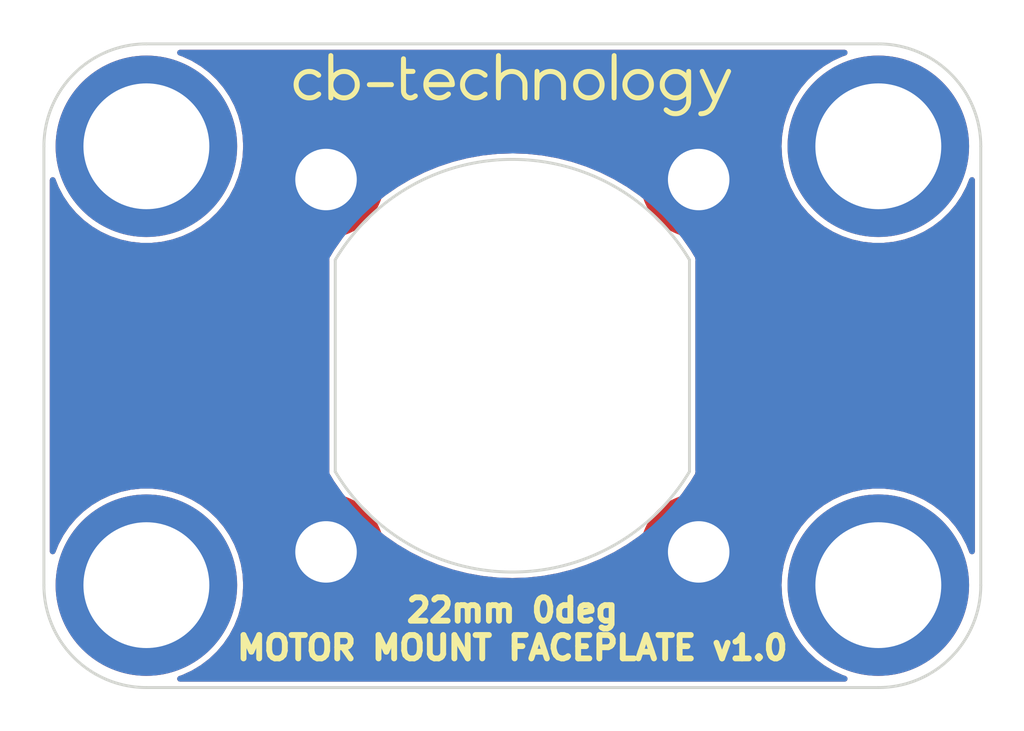
<source format=kicad_pcb>
(kicad_pcb (version 20221018) (generator pcbnew)
  (title_block (title "MOTOR MOUNT FACEPLATE 22mm 0deg") (date "2024-04-17") (rev "v1.0") (company "CB-TECHNOLOGY"))
  (layers (0 "F.Cu" signal) (31 "B.Cu" signal) (34 "B.Paste" user) (35 "F.Paste" user) (36 "B.SilkS" user "B.Silkscreen") (37 "F.SilkS" user "F.Silkscreen") (38 "B.Mask" user) (39 "F.Mask" user) (44 "Edge.Cuts" user))
  (net 0 "")
  (net 1 "GND")
  (footprint "MountingHole:MountingHole_2.2mm_M2_Pad_TopOnly" (layer "F.Cu") (at 206.364 156.364)
    (fp_text reference "H10" hide)
    (fp_text value "MountingHole_Pad" hide)
    (pad "1" thru_hole circle (at 0 0) (size 2.6 2.6) (drill 2.1) (layers "*.Cu" "*.Mask") (net 1 "GND"))
    (pad "1" connect circle (at 0 0) (size 4 4) (layers "F.Cu" "F.Mask") (net 1 "GND"))
  )
  (footprint "MountingHole:MountingHole_2.2mm_M2_Pad_TopOnly" (layer "F.Cu") (at 193.636 143.636)
    (fp_text reference "H6" hide)
    (fp_text value "MountingHole_Pad" hide)
    (pad "1" thru_hole circle (at 0 0) (size 2.6 2.6) (drill 2.1) (layers "*.Cu" "*.Mask") (net 1 "GND"))
    (pad "1" connect circle (at 0 0) (size 4 4) (layers "F.Cu" "F.Mask") (net 1 "GND"))
  )
  (footprint "M_Mechanical:PEM_M3" (layer "F.Cu") (at 187.5 142.5)
    (fp_text reference "M1" hide)
    (fp_text value "PEM_M3" hide)
    (pad "" np_thru_hole circle (at 0 0) (size 6.2 6.2) (drill 4.3) (layers "F&B.Cu" "*.Mask") (clearance 0.2))
  )
  (footprint "MountingHole:MountingHole_2.2mm_M2_Pad_TopOnly" (layer "F.Cu") (at 193.636 156.364)
    (fp_text reference "H8" hide)
    (fp_text value "MountingHole_Pad" hide)
    (pad "1" thru_hole circle (at 0 0) (size 2.6 2.6) (drill 2.1) (layers "*.Cu" "*.Mask") (net 1 "GND"))
    (pad "1" connect circle (at 0 0) (size 4 4) (layers "F.Cu" "F.Mask") (net 1 "GND"))
  )
  (footprint "M_Mechanical:PEM_M3" (layer "F.Cu") (at 187.5 157.5)
    (fp_text reference "M3" hide)
    (fp_text value "PEM_M3" hide)
    (pad "" np_thru_hole circle (at 0 0) (size 6.2 6.2) (drill 4.3) (layers "F&B.Cu" "*.Mask") (clearance 0.2))
  )
  (footprint "LOGO" (layer "F.Cu") (at 200 140.4)
    (fp_text reference "G***" hide)
    (fp_text value "LOGO" hide)
    (fp_poly (pts (xy -4.082202 -0.078916) (xy -4.061472 -0.05949) (xy -4.04828 -0.034516) (xy -4.043677 -0.00601) (xy -4.043684 -0.004982) (xy -4.048443 0.023298) (xy -4.062121 0.047332) (xy -4.0789 0.063268) (xy -4.097199 0.077227) (xy -4.501159 0.078315) (xy -4.574087 0.078505) (xy -4.637718 0.078647) (xy -4.69272 0.078727) (xy -4.739763 0.078731) (xy -4.779514 0.078647) (xy -4.812642 0.078459) (xy -4.839813 0.078156) (xy -4.861698 0.077723) (xy -4.878964 0.077146) (xy -4.892279 0.076411) (xy -4.902311 0.075506) (xy -4.909729 0.074417) (xy -4.9152 0.07313) (xy -4.919394 0.07163) (xy -4.922978 0.069906) (xy -4.923354 0.069707) (xy -4.946043 0.052672) (xy -4.961201 0.030913) (xy -4.968795 0.00627) (xy -4.968793 -0.019418) (xy -4.961162 -0.044312) (xy -4.94587 -0.066573) (xy -4.926041 -0.082529) (xy -4.922881 -0.08427) (xy -4.919099 -0.085788) (xy -4.914031 -0.087098) (xy -4.907012 -0.088216) (xy -4.897378 -0.089157) (xy -4.884464 -0.089935) (xy -4.867607 -0.090567) (xy -4.846141 -0.091068) (xy -4.819403 -0.091452) (xy -4.786728 -0.091735) (xy -4.747452 -0.091933) (xy -4.70091 -0.092061) (xy -4.646438 -0.092133) (xy -4.583373 -0.092165) (xy -4.511049 -0.092173) (xy -4.506168 -0.092173) (xy -4.102234 -0.092173)) (fill solid) (layer "F.SilkS"))
    (fp_poly (pts (xy 3.495223 -1.083969) (xy 3.513783 -1.076582) (xy 3.532611 -1.062839) (xy 3.548279 -1.045641) (xy 3.555646 -1.032829) (xy 3.556641 -1.025496) (xy 3.557565 -1.008879) (xy 3.558418 -0.983654) (xy 3.559201 -0.950498) (xy 3.559913 -0.910087) (xy 3.560554 -0.863098) (xy 3.561125 -0.810206) (xy 3.561626 -0.752089) (xy 3.562056 -0.689422) (xy 3.562416 -0.622883) (xy 3.562706 -0.553147) (xy 3.562926 -0.480891) (xy 3.563076 -0.406791) (xy 3.563155 -0.331525) (xy 3.563165 -0.255767) (xy 3.563104 -0.180195) (xy 3.562974 -0.105485) (xy 3.562774 -0.032314) (xy 3.562504 0.038643) (xy 3.562164 0.106708) (xy 3.561755 0.171206) (xy 3.561276 0.23146) (xy 3.560728 0.286793) (xy 3.56011 0.336529) (xy 3.559423 0.379992) (xy 3.558667 0.416505) (xy 3.557841 0.445392) (xy 3.556946 0.465976) (xy 3.555981 0.477582) (xy 3.555518 0.479711) (xy 3.540169 0.504109) (xy 3.519051 0.521276) (xy 3.493881 0.530562) (xy 3.466373 0.531316) (xy 3.439817 0.523618) (xy 3.417081 0.508269) (xy 3.401155 0.485827) (xy 3.393226 0.462861) (xy 3.392412 0.454204) (xy 3.391686 0.435586) (xy 3.39105 0.407009) (xy 3.390502 0.368475) (xy 3.390042 0.319986) (xy 3.389672 0.261546) (xy 3.38939 0.193156) (xy 3.389196 0.114819) (xy 3.389092 0.026538) (xy 3.389076 -0.071685) (xy 3.389149 -0.179848) (xy 3.389296 -0.288976) (xy 3.38946 -0.388527) (xy 3.389615 -0.478602) (xy 3.389769 -0.55969) (xy 3.389929 -0.632277) (xy 3.390104 -0.696853) (xy 3.3903 -0.753906) (xy 3.390525 -0.803924) (xy 3.390787 -0.847395) (xy 3.391094 -0.884809) (xy 3.391452 -0.916652) (xy 3.391869 -0.943414) (xy 3.392353 -0.965583) (xy 3.392912 -0.983647) (xy 3.393553 -0.998094) (xy 3.394283 -1.009413) (xy 3.395111 -1.018092) (xy 3.396043 -1.02462) (xy 3.397087 -1.029483) (xy 3.398251 -1.033172) (xy 3.399542 -1.036175) (xy 3.400885 -1.038819) (xy 3.41808 -1.061671) (xy 3.441129 -1.077355) (xy 3.46813 -1.084961)) (fill solid) (layer "F.SilkS"))
    (fp_poly (pts (xy 2.709459 -0.537545) (xy 2.778304 -0.52074) (xy 2.843724 -0.494597) (xy 2.905585 -0.459166) (xy 2.96375 -0.414491) (xy 2.983598 -0.396309) (xy 3.020991 -0.358062) (xy 3.051486 -0.320971) (xy 3.077271 -0.282104) (xy 3.099017 -0.241643) (xy 3.125489 -0.176623) (xy 3.143029 -0.108546) (xy 3.151632 -0.038677) (xy 3.151292 0.031717) (xy 3.142002 0.10137) (xy 3.123756 0.169016) (xy 3.101294 0.223797) (xy 3.065324 0.28747) (xy 3.02188 0.345181) (xy 2.971717 0.396331) (xy 2.915587 0.44032) (xy 2.854243 0.476546) (xy 2.788438 0.50441) (xy 2.727912 0.521434) (xy 2.69727 0.526352) (xy 2.6602 0.529583) (xy 2.620005 0.531072) (xy 2.579987 0.530763) (xy 2.543447 0.528601) (xy 2.516115 0.524997) (xy 2.445465 0.50694) (xy 2.378706 0.479875) (xy 2.31639 0.444183) (xy 2.25907 0.400243) (xy 2.207298 0.348436) (xy 2.161625 0.289143) (xy 2.151601 0.273792) (xy 2.119508 0.213898) (xy 2.095913 0.150091) (xy 2.080769 0.083542) (xy 2.074024 0.015422) (xy 2.07481 -0.018123) (xy 2.247073 -0.018123) (xy 2.249528 0.037533) (xy 2.259307 0.09151) (xy 2.276285 0.141205) (xy 2.277407 0.143723) (xy 2.30499 0.193362) (xy 2.340349 0.238591) (xy 2.38213 0.278253) (xy 2.428978 0.311191) (xy 2.479539 0.336246) (xy 2.517229 0.348689) (xy 2.55226 0.355166) (xy 2.592876 0.358364) (xy 2.635249 0.358276) (xy 2.67555 0.354893) (xy 2.706631 0.349091) (xy 2.760732 0.330232) (xy 2.811194 0.302739) (xy 2.856977 0.267599) (xy 2.897041 0.225798) (xy 2.930344 0.178323) (xy 2.955846 0.12616) (xy 2.96305 0.106015) (xy 2.973611 0.061366) (xy 2.978628 0.012142) (xy 2.977967 -0.037865) (xy 2.971495 -0.084864) (xy 2.969998 -0.091489) (xy 2.951589 -0.14746) (xy 2.924447 -0.199703) (xy 2.889461 -0.247083) (xy 2.847517 -0.288463) (xy 2.799506 -0.32271) (xy 2.781048 -0.333) (xy 2.745557 -0.349459) (xy 2.711121 -0.360825) (xy 2.674096 -0.368056) (xy 2.63308 -0.371979) (xy 2.580965 -0.37162) (xy 2.529923 -0.364535) (xy 2.483173 -0.351217) (xy 2.473735 -0.34748) (xy 2.424053 -0.321545) (xy 2.378006 -0.287526) (xy 2.336966 -0.24689) (xy 2.302306 -0.201104) (xy 2.275397 -0.151634) (xy 2.264628 -0.124066) (xy 2.252065 -0.072857) (xy 2.247073 -0.018123) (xy 2.07481 -0.018123) (xy 2.07563 -0.053097) (xy 2.085537 -0.120844) (xy 2.103695 -0.186648) (xy 2.130054 -0.249336) (xy 2.164565 -0.307739) (xy 2.176962 -0.324856) (xy 2.226129 -0.381938) (xy 2.280638 -0.430986) (xy 2.339949 -0.471694) (xy 2.403523 -0.503759) (xy 2.470822 -0.526873) (xy 2.541305 -0.540732) (xy 2.562039 -0.542956) (xy 2.637326 -0.544966)) (fill solid) (layer "F.SilkS"))
    (fp_poly (pts (xy 4.370439 -0.540174) (xy 4.438352 -0.527938) (xy 4.50183 -0.507144) (xy 4.561693 -0.477464) (xy 4.618758 -0.438571) (xy 4.668255 -0.395559) (xy 4.717813 -0.342765) (xy 4.757999 -0.288102) (xy 4.789382 -0.230415) (xy 4.812528 -0.168547) (xy 4.828007 -0.10134) (xy 4.833826 -0.058189) (xy 4.836367 0.01346) (xy 4.829335 0.083836) (xy 4.813112 0.152145) (xy 4.788078 0.217594) (xy 4.754613 0.279389) (xy 4.7131 0.336736) (xy 4.663917 0.388842) (xy 4.607447 0.434914) (xy 4.592222 0.445405) (xy 4.531014 0.480221) (xy 4.465461 0.506397) (xy 4.396514 0.523735) (xy 4.325122 0.532035) (xy 4.252236 0.531099) (xy 4.20739 0.525899) (xy 4.138931 0.510267) (xy 4.073414 0.485191) (xy 4.011171 0.450846) (xy 3.952536 0.407407) (xy 3.916024 0.373886) (xy 3.867398 0.31876) (xy 3.827453 0.259072) (xy 3.79635 0.195423) (xy 3.774249 0.128415) (xy 3.761309 0.05865) (xy 3.759218 0.017078) (xy 3.931609 0.017078) (xy 3.936779 0.063133) (xy 3.94038 0.079872) (xy 3.95923 0.135745) (xy 3.986304 0.187481) (xy 4.020703 0.234152) (xy 4.061527 0.274833) (xy 4.107878 0.308596) (xy 4.158857 0.334514) (xy 4.201192 0.348672) (xy 4.236304 0.355164) (xy 4.276991 0.358367) (xy 4.319422 0.358272) (xy 4.359761 0.354871) (xy 4.390664 0.349091) (xy 4.445276 0.330096) (xy 4.496019 0.302475) (xy 4.541934 0.267134) (xy 4.582061 0.224976) (xy 4.615443 0.176906) (xy 4.64112 0.123829) (xy 4.647158 0.107121) (xy 4.652449 0.090398) (xy 4.656134 0.075626) (xy 4.658503 0.060342) (xy 4.659844 0.042086) (xy 4.660446 0.018393) (xy 4.660592 -0.007473) (xy 4.660502 -0.037234) (xy 4.659934 -0.05945) (xy 4.658596 -0.076541) (xy 4.656197 -0.090924) (xy 4.652444 -0.105019) (xy 4.647047 -0.121244) (xy 4.646776 -0.122019) (xy 4.622504 -0.177107) (xy 4.590592 -0.226709) (xy 4.551923 -0.270192) (xy 4.507379 -0.306919) (xy 4.457842 -0.336255) (xy 4.404196 -0.357564) (xy 4.347322 -0.370211) (xy 4.297274 -0.373676) (xy 4.238514 -0.368858) (xy 4.182141 -0.354853) (xy 4.129083 -0.332328) (xy 4.080268 -0.301953) (xy 4.036623 -0.264396) (xy 3.999077 -0.220327) (xy 3.968558 -0.170414) (xy 3.948192 -0.122019) (xy 3.937461 -0.079256) (xy 3.931885 -0.031638) (xy 3.931609 0.017078) (xy 3.759218 0.017078) (xy 3.757691 -0.013271) (xy 3.763554 -0.086746) (xy 3.776467 -0.151369) (xy 3.797433 -0.213449) (xy 3.827963 -0.273565) (xy 3.867767 -0.331247) (xy 3.916557 -0.386024) (xy 3.926293 -0.395559) (xy 3.981543 -0.442999) (xy 4.038858 -0.48093) (xy 4.099054 -0.509682) (xy 4.162951 -0.529583) (xy 4.231365 -0.540959) (xy 4.297274 -0.544179)) (fill solid) (layer "F.SilkS"))
    (fp_poly (pts (xy -3.706204 -0.975633) (xy -3.681161 -0.96739) (xy -3.659475 -0.952667) (xy -3.643649 -0.932324) (xy -3.642573 -0.930196) (xy -3.639834 -0.924152) (xy -3.63762 -0.91778) (xy -3.635877 -0.910003) (xy -3.634546 -0.899743) (xy -3.633574 -0.885923) (xy -3.632904 -0.867466) (xy -3.632481 -0.843293) (xy -3.632248 -0.812328) (xy -3.632149 -0.773493) (xy -3.63213 -0.728642) (xy -3.63213 -0.548661) (xy -3.501343 -0.547114) (xy -3.461516 -0.546596) (xy -3.430371 -0.546029) (xy -3.406629 -0.545311) (xy -3.389008 -0.544342) (xy -3.376227 -0.543017) (xy -3.367005 -0.541237) (xy -3.360062 -0.538899) (xy -3.354115 -0.5359) (xy -3.353136 -0.535332) (xy -3.331182 -0.517337) (xy -3.316567 -0.494633) (xy -3.309647 -0.469201) (xy -3.31078 -0.44302) (xy -3.320324 -0.418072) (xy -3.32962 -0.405212) (xy -3.337968 -0.396165) (xy -3.34615 -0.389034) (xy -3.355433 -0.383593) (xy -3.367085 -0.379614) (xy -3.382371 -0.376869) (xy -3.402558 -0.37513) (xy -3.428914 -0.37417) (xy -3.462703 -0.373761) (xy -3.505064 -0.373676) (xy -3.632417 -0.373676) (xy -3.631028 -0.061033) (xy -3.629639 0.251609) (xy -3.616173 0.277135) (xy -3.604288 0.295434) (xy -3.58877 0.31404) (xy -3.579775 0.322848) (xy -3.549264 0.343412) (xy -3.515206 0.355515) (xy -3.479281 0.359178) (xy -3.443171 0.354422) (xy -3.408555 0.34127) (xy -3.377705 0.320257) (xy -3.359788 0.306085) (xy -3.344281 0.298035) (xy -3.327253 0.294538) (xy -3.311833 0.293959) (xy -3.283661 0.298358) (xy -3.259928 0.310682) (xy -3.241984 0.329622) (xy -3.231174 0.353868) (xy -3.22856 0.374906) (xy -3.231109 0.39934) (xy -3.23958 0.42053) (xy -3.255211 0.440698) (xy -3.275394 0.458976) (xy -3.322462 0.491075) (xy -3.37342 0.514254) (xy -3.427264 0.528271) (xy -3.482991 0.532888) (xy -3.539596 0.527861) (xy -3.552412 0.525364) (xy -3.588139 0.514466) (xy -3.626049 0.497397) (xy -3.662487 0.476058) (xy -3.693799 0.452352) (xy -3.695422 0.450909) (xy -3.73471 0.409126) (xy -3.765487 0.362244) (xy -3.787513 0.310718) (xy -3.800549 0.255002) (xy -3.801362 0.249118) (xy -3.802135 0.238179) (xy -3.802845 0.218316) (xy -3.80349 0.190307) (xy -3.804071 0.154931) (xy -3.804589 0.112966) (xy -3.805042 0.065189) (xy -3.805431 0.012379) (xy -3.805756 -0.044686) (xy -3.806017 -0.105227) (xy -3.806214 -0.168467) (xy -3.806348 -0.233627) (xy -3.806417 -0.299929) (xy -3.806423 -0.366594) (xy -3.806365 -0.432846) (xy -3.806243 -0.497905) (xy -3.806058 -0.560993) (xy -3.805809 -0.621333) (xy -3.805496 -0.678145) (xy -3.805119 -0.730652) (xy -3.80468 -0.778075) (xy -3.804176 -0.819637) (xy -3.803609 -0.854559) (xy -3.802979 -0.882062) (xy -3.802285 -0.90137) (xy -3.801528 -0.911703) (xy -3.80131 -0.91286) (xy -3.790882 -0.935656) (xy -3.774292 -0.956038) (xy -3.756343 -0.969245) (xy -3.732099 -0.976538)) (fill solid) (layer "F.SilkS"))
    (fp_poly (pts (xy -6.841393 -0.538151) (xy -6.772859 -0.521801) (xy -6.726167 -0.504572) (xy -6.662036 -0.47272) (xy -6.606354 -0.435629) (xy -6.559145 -0.393314) (xy -6.555923 -0.389905) (xy -6.537325 -0.365089) (xy -6.528382 -0.340275) (xy -6.528841 -0.314399) (xy -6.533875 -0.296991) (xy -6.54755 -0.271983) (xy -6.56664 -0.255128) (xy -6.591708 -0.246055) (xy -6.614064 -0.244135) (xy -6.631332 -0.245054) (xy -6.645864 -0.24864) (xy -6.660291 -0.256136) (xy -6.677245 -0.268783) (xy -6.690969 -0.280445) (xy -6.738669 -0.316651) (xy -6.788831 -0.343889) (xy -6.823323 -0.357169) (xy -6.841483 -0.362751) (xy -6.857779 -0.366531) (xy -6.875019 -0.368865) (xy -6.896012 -0.370105) (xy -6.923567 -0.370605) (xy -6.930443 -0.370649) (xy -6.970713 -0.369931) (xy -7.004164 -0.36692) (xy -7.033794 -0.361018) (xy -7.062604 -0.351628) (xy -7.093593 -0.338151) (xy -7.0936 -0.338148) (xy -7.132224 -0.315665) (xy -7.170487 -0.285871) (xy -7.206201 -0.250972) (xy -7.237177 -0.213173) (xy -7.261227 -0.174679) (xy -7.26647 -0.16397) (xy -7.28474 -0.113555) (xy -7.295707 -0.059563) (xy -7.299349 -0.004106) (xy -7.295649 0.050706) (xy -7.284588 0.10276) (xy -7.269261 0.143521) (xy -7.240143 0.194906) (xy -7.203688 0.241225) (xy -7.161171 0.281145) (xy -7.113871 0.313332) (xy -7.09924 0.32113) (xy -7.061963 0.337887) (xy -7.026689 0.349215) (xy -6.990345 0.355723) (xy -6.949855 0.358019) (xy -6.916118 0.357394) (xy -6.865108 0.352882) (xy -6.820293 0.343261) (xy -6.779203 0.327559) (xy -6.73937 0.304802) (xy -6.698324 0.274018) (xy -6.692792 0.269394) (xy -6.675502 0.255424) (xy -6.659557 0.243652) (xy -6.647449 0.235873) (xy -6.64389 0.234145) (xy -6.619476 0.229559) (xy -6.59361 0.232427) (xy -6.569277 0.241801) (xy -6.549459 0.256733) (xy -6.541814 0.266566) (xy -6.530839 0.293115) (xy -6.528647 0.321387) (xy -6.535364 0.348706) (xy -6.53774 0.353729) (xy -6.55265 0.374975) (xy -6.575608 0.39787) (xy -6.60505 0.421438) (xy -6.639411 0.444706) (xy -6.677128 0.466698) (xy -6.716635 0.486438) (xy -6.756369 0.502951) (xy -6.794765 0.515263) (xy -6.798411 0.516211) (xy -6.835836 0.523623) (xy -6.878752 0.528716) (xy -6.923844 0.531345) (xy -6.967796 0.531367) (xy -7.007292 0.528637) (xy -7.025108 0.526057) (xy -7.096114 0.508798) (xy -7.161691 0.483381) (xy -7.222593 0.449412) (xy -7.279575 0.406493) (xy -7.313994 0.374487) (xy -7.362584 0.32019) (xy -7.401738 0.263846) (xy -7.431917 0.204567) (xy -7.453583 0.141462) (xy -7.466137 0.080971) (xy -7.472858 0.005324) (xy -7.469962 -0.067938) (xy -7.457558 -0.13849) (xy -7.435754 -0.206006) (xy -7.404659 -0.270162) (xy -7.364381 -0.330635) (xy -7.315028 -0.387098) (xy -7.306934 -0.39512) (xy -7.251472 -0.442314) (xy -7.191058 -0.480936) (xy -7.126184 -0.510758) (xy -7.057345 -0.531554) (xy -6.986009 -0.543004) (xy -6.912719 -0.545259)) (fill solid) (layer "F.SilkS"))
    (fp_poly (pts (xy -1.164431 -0.538597) (xy -1.097479 -0.523654) (xy -1.032827 -0.500402) (xy -0.971484 -0.468904) (xy -0.91446 -0.429224) (xy -0.889873 -0.408164) (xy -0.869523 -0.388033) (xy -0.856377 -0.370623) (xy -0.849103 -0.353515) (xy -0.846367 -0.334293) (xy -0.846237 -0.329033) (xy -0.849911 -0.298886) (xy -0.861211 -0.275046) (xy -0.879786 -0.25789) (xy -0.905281 -0.2478) (xy -0.924013 -0.245281) (xy -0.940739 -0.245035) (xy -0.954898 -0.247045) (xy -0.968585 -0.252294) (xy -0.983889 -0.261765) (xy -1.002905 -0.276442) (xy -1.019069 -0.289935) (xy -1.061545 -0.320513) (xy -1.109293 -0.345534) (xy -1.155904 -0.362241) (xy -1.175199 -0.366511) (xy -1.19737 -0.369204) (xy -1.22486 -0.370526) (xy -1.255551 -0.37072) (xy -1.284919 -0.370294) (xy -1.307148 -0.3692) (xy -1.325057 -0.367082) (xy -1.341467 -0.363584) (xy -1.359197 -0.358349) (xy -1.362776 -0.357185) (xy -1.41712 -0.334357) (xy -1.466239 -0.303762) (xy -1.509529 -0.26635) (xy -1.546387 -0.223071) (xy -1.576209 -0.174877) (xy -1.598392 -0.122716) (xy -1.612333 -0.06754) (xy -1.617428 -0.010299) (xy -1.614387 0.039006) (xy -1.603851 0.09341) (xy -1.586898 0.141854) (xy -1.562486 0.18653) (xy -1.529572 0.229629) (xy -1.517124 0.243392) (xy -1.474742 0.282744) (xy -1.428879 0.314445) (xy -1.38108 0.337474) (xy -1.368304 0.341988) (xy -1.327617 0.351899) (xy -1.281886 0.357458) (xy -1.234807 0.35853) (xy -1.190076 0.35498) (xy -1.16141 0.349491) (xy -1.105837 0.330917) (xy -1.05692 0.304967) (xy -1.027993 0.283575) (xy -1.003493 0.263497) (xy -0.984469 0.249234) (xy -0.969155 0.239753) (xy -0.955788 0.234024) (xy -0.9426 0.231016) (xy -0.936885 0.230334) (xy -0.908177 0.232014) (xy -0.8835 0.242098) (xy -0.864114 0.259422) (xy -0.851281 0.282816) (xy -0.846261 0.311115) (xy -0.846238 0.314228) (xy -0.85025 0.341013) (xy -0.862364 0.365786) (xy -0.883354 0.389966) (xy -0.891578 0.397387) (xy -0.951249 0.442669) (xy -1.014713 0.47914) (xy -1.081254 0.50642) (xy -1.11502 0.516382) (xy -1.146632 0.52274) (xy -1.184451 0.527539) (xy -1.22527 0.530609) (xy -1.265882 0.531778) (xy -1.303079 0.530876) (xy -1.332355 0.527942) (xy -1.402004 0.512017) (xy -1.468653 0.486987) (xy -1.531452 0.453477) (xy -1.589552 0.41211) (xy -1.642103 0.363513) (xy -1.688256 0.30831) (xy -1.727162 0.247125) (xy -1.735382 0.231511) (xy -1.758446 0.179068) (xy -1.774577 0.125737) (xy -1.784189 0.069432) (xy -1.787695 0.008066) (xy -1.787122 -0.029894) (xy -1.78431 -0.07613) (xy -1.779199 -0.115859) (xy -1.7711 -0.152405) (xy -1.759322 -0.189095) (xy -1.748231 -0.217336) (xy -1.724457 -0.2649) (xy -1.693002 -0.313254) (xy -1.655683 -0.360173) (xy -1.614318 -0.403433) (xy -1.570724 -0.440811) (xy -1.557961 -0.450206) (xy -1.498391 -0.486452) (xy -1.435068 -0.514007) (xy -1.369002 -0.532936) (xy -1.301202 -0.543302) (xy -1.232675 -0.545168)) (fill solid) (layer "F.SilkS"))
    (fp_poly (pts (xy -2.43979 -0.541985) (xy -2.370905 -0.529523) (xy -2.304373 -0.508469) (xy -2.241377 -0.478937) (xy -2.199932 -0.453225) (xy -2.141337 -0.406953) (xy -2.090485 -0.354718) (xy -2.047692 -0.297072) (xy -2.013279 -0.234564) (xy -1.987565 -0.167746) (xy -1.970868 -0.097167) (xy -1.964859 -0.047719) (xy -1.963422 -0.016832) (xy -1.96485 0.006643) (xy -1.969604 0.024962) (xy -1.978143 0.040382) (xy -1.984387 0.048181) (xy -1.98909 0.053676) (xy -1.993366 0.058493) (xy -1.997864 0.062679) (xy -2.003235 0.066276) (xy -2.01013 0.069329) (xy -2.019199 0.071883) (xy -2.031092 0.073982) (xy -2.046461 0.07567) (xy -2.065956 0.076993) (xy -2.090227 0.077993) (xy -2.119925 0.078716) (xy -2.1557 0.079207) (xy -2.198204 0.079508) (xy -2.248086 0.079666) (xy -2.305997 0.079724) (xy -2.372587 0.079726) (xy -2.446507 0.079718) (xy -2.860538 0.079718) (xy -2.857076 0.090928) (xy -2.833967 0.150382) (xy -2.803457 0.203323) (xy -2.76574 0.249522) (xy -2.72101 0.28875) (xy -2.66946 0.320776) (xy -2.658648 0.326153) (xy -2.618521 0.342446) (xy -2.577389 0.352826) (xy -2.532176 0.357932) (xy -2.501625 0.358729) (xy -2.442196 0.354706) (xy -2.387753 0.342392) (xy -2.33724 0.321421) (xy -2.289602 0.291429) (xy -2.275293 0.280275) (xy -2.252369 0.261826) (xy -2.235308 0.248842) (xy -2.222452 0.240254) (xy -2.21214 0.234994) (xy -2.202714 0.231992) (xy -2.199149 0.231246) (xy -2.170717 0.230385) (xy -2.144922 0.237949) (xy -2.1233 0.252705) (xy -2.107385 0.27342) (xy -2.098714 0.298862) (xy -2.097575 0.312803) (xy -2.099598 0.334168) (xy -2.106513 0.353106) (xy -2.119559 0.371839) (xy -2.13998 0.392594) (xy -2.144276 0.396485) (xy -2.198753 0.438907) (xy -2.259356 0.474758) (xy -2.323857 0.50289) (xy -2.386543 0.521381) (xy -2.401515 0.523842) (xy -2.422986 0.526194) (xy -2.448663 0.528312) (xy -2.476251 0.530072) (xy -2.503456 0.531349) (xy -2.527983 0.532021) (xy -2.547538 0.531962) (xy -2.559826 0.531047) (xy -2.560926 0.530823) (xy -2.569286 0.529177) (xy -2.584399 0.526505) (xy -2.603177 0.523349) (xy -2.605486 0.522971) (xy -2.6679 0.50788) (xy -2.728656 0.483768) (xy -2.786753 0.451558) (xy -2.841189 0.41217) (xy -2.890961 0.366529) (xy -2.935068 0.315554) (xy -2.972509 0.26017) (xy -3.002282 0.201297) (xy -3.023384 0.139859) (xy -3.023925 0.137785) (xy -3.036909 0.069438) (xy -3.041489 -0.00075) (xy -3.037808 -0.070959) (xy -3.033719 -0.094664) (xy -2.859063 -0.094664) (xy -2.503132 -0.094664) (xy -2.147201 -0.094664) (xy -2.150371 -0.108366) (xy -2.156414 -0.127517) (xy -2.166263 -0.151477) (xy -2.178293 -0.176695) (xy -2.190885 -0.199621) (xy -2.195331 -0.206767) (xy -2.2295 -0.251806) (xy -2.269282 -0.289781) (xy -2.316007 -0.321837) (xy -2.349176 -0.339303) (xy -2.4022 -0.359224) (xy -2.458173 -0.370375) (xy -2.51548 -0.372825) (xy -2.572505 -0.36664) (xy -2.627633 -0.351889) (xy -2.679249 -0.32864) (xy -2.685228 -0.325225) (xy -2.7279 -0.295521) (xy -2.767148 -0.25905) (xy -2.801479 -0.217687) (xy -2.829402 -0.173308) (xy -2.849426 -0.127788) (xy -2.853963 -0.113134) (xy -2.859063 -0.094664) (xy -3.033719 -0.094664) (xy -3.026007 -0.139369) (xy -3.006229 -0.204159) (xy -2.995131 -0.230843) (xy -2.966792 -0.282991) (xy -2.930181 -0.334054) (xy -2.886974 -0.382398) (xy -2.838849 -0.426389) (xy -2.787484 -0.464392) (xy -2.734554 -0.494773) (xy -2.715268 -0.503602) (xy -2.648769 -0.526663) (xy -2.579903 -0.540671) (xy -2.50985 -0.54574)) (fill solid) (layer "F.SilkS"))
    (fp_poly (pts (xy 1.365648 -0.541003) (xy 1.433292 -0.528108) (xy 1.498697 -0.506524) (xy 1.523858 -0.495481) (xy 1.586316 -0.460785) (xy 1.643242 -0.41868) (xy 1.693981 -0.370035) (xy 1.737875 -0.315722) (xy 1.774268 -0.256609) (xy 1.802504 -0.193565) (xy 1.821927 -0.127462) (xy 1.828342 -0.092055) (xy 1.829833 -0.076172) (xy 1.831023 -0.051401) (xy 1.831913 -0.017563) (xy 1.832506 0.025519) (xy 1.832805 0.078023) (xy 1.832812 0.140127) (xy 1.832529 0.212009) (xy 1.832516 0.214241) (xy 1.831012 0.480797) (xy 1.819049 0.49757) (xy 1.802229 0.513951) (xy 1.779739 0.526326) (xy 1.755686 0.532615) (xy 1.749131 0.533002) (xy 1.724145 0.528609) (xy 1.700441 0.516408) (xy 1.68138 0.498338) (xy 1.676489 0.491091) (xy 1.664104 0.469957) (xy 1.664104 0.225374) (xy 1.66402 0.158981) (xy 1.663693 0.101637) (xy 1.663011 0.052426) (xy 1.661863 0.010434) (xy 1.660137 -0.025254) (xy 1.657722 -0.055553) (xy 1.654505 -0.081379) (xy 1.650375 -0.103646) (xy 1.645221 -0.123269) (xy 1.63893 -0.141163) (xy 1.631391 -0.158244) (xy 1.622492 -0.175426) (xy 1.613177 -0.19182) (xy 1.594596 -0.218822) (xy 1.569856 -0.247959) (xy 1.541556 -0.276632) (xy 1.512293 -0.302245) (xy 1.484668 -0.322201) (xy 1.479671 -0.325225) (xy 1.429173 -0.34915) (xy 1.375047 -0.364843) (xy 1.318853 -0.372329) (xy 1.262153 -0.371635) (xy 1.20651 -0.362788) (xy 1.153483 -0.345815) (xy 1.104636 -0.32074) (xy 1.10164 -0.318829) (xy 1.052569 -0.28146) (xy 1.010833 -0.237705) (xy 0.976994 -0.188204) (xy 0.96407 -0.163326) (xy 0.957012 -0.14831) (xy 0.951003 -0.134924) (xy 0.945947 -0.122246) (xy 0.941753 -0.109353) (xy 0.938328 -0.095321) (xy 0.935578 -0.079226) (xy 0.93341 -0.060146) (xy 0.931733 -0.037158) (xy 0.930452 -0.009337) (xy 0.929475 0.024238) (xy 0.928709 0.064492) (xy 0.928061 0.112348) (xy 0.927437 0.168729) (xy 0.927065 0.204277) (xy 0.926436 0.263283) (xy 0.925857 0.313156) (xy 0.925293 0.354725) (xy 0.924706 0.388822) (xy 0.924059 0.416276) (xy 0.923314 0.437918) (xy 0.922436 0.454579) (xy 0.921385 0.467089) (xy 0.920127 0.476279) (xy 0.918622 0.482979) (xy 0.916835 0.48802) (xy 0.914728 0.492232) (xy 0.914147 0.493253) (xy 0.900128 0.509327) (xy 0.879953 0.522663) (xy 0.857408 0.531161) (xy 0.842207 0.533107) (xy 0.82661 0.530807) (xy 0.808813 0.525051) (xy 0.80327 0.522556) (xy 0.781028 0.506127) (xy 0.769639 0.490982) (xy 0.757317 0.469957) (xy 0.757317 -0.004334) (xy 0.75731 -0.085496) (xy 0.757312 -0.157295) (xy 0.757356 -0.220333) (xy 0.757478 -0.275214) (xy 0.757711 -0.322539) (xy 0.758089 -0.362909) (xy 0.758646 -0.396929) (xy 0.759416 -0.425198) (xy 0.760434 -0.448321) (xy 0.761733 -0.466898) (xy 0.763348 -0.481532) (xy 0.765313 -0.492825) (xy 0.767661 -0.50138) (xy 0.770427 -0.507798) (xy 0.773645 -0.512682) (xy 0.777349 -0.516634) (xy 0.781573 -0.520256) (xy 0.786351 -0.52415) (xy 0.78676 -0.524493) (xy 0.811601 -0.539479) (xy 0.838433 -0.545317) (xy 0.865445 -0.542001) (xy 0.890825 -0.529524) (xy 0.896775 -0.524913) (xy 0.910912 -0.510843) (xy 0.919966 -0.495495) (xy 0.924895 -0.476246) (xy 0.926658 -0.450477) (xy 0.926717 -0.443068) (xy 0.926851 -0.423187) (xy 0.927553 -0.411625) (xy 0.929269 -0.406737) (xy 0.932444 -0.406878) (xy 0.935911 -0.40919) (xy 0.944011 -0.4153) (xy 0.957524 -0.425582) (xy 0.973959 -0.438137) (xy 0.979507 -0.442386) (xy 1.035556 -0.479191) (xy 1.096518 -0.508003) (xy 1.1612 -0.528707) (xy 1.22841 -0.541186) (xy 1.296957 -0.545323)) (fill solid) (layer "F.SilkS"))
    (fp_poly (pts (xy -0.463209 -1.08477) (xy -0.441057 -1.079024) (xy -0.422565 -1.067242) (xy -0.405147 -1.048031) (xy -0.391114 -1.029636) (xy -0.389759 -0.716465) (xy -0.388404 -0.403294) (xy -0.358859 -0.4272) (xy -0.299305 -0.469166) (xy -0.235735 -0.502087) (xy -0.168585 -0.525832) (xy -0.098289 -0.540271) (xy -0.025282 -0.545275) (xy 0.028464 -0.542984) (xy 0.100813 -0.531831) (xy 0.169429 -0.511458) (xy 0.23407 -0.481978) (xy 0.294496 -0.443504) (xy 0.350467 -0.396147) (xy 0.357998 -0.38875) (xy 0.407569 -0.332786) (xy 0.447877 -0.273228) (xy 0.479032 -0.209852) (xy 0.501148 -0.142438) (xy 0.512821 -0.082536) (xy 0.514058 -0.068343) (xy 0.51516 -0.044975) (xy 0.516112 -0.013218) (xy 0.516901 0.026139) (xy 0.517511 0.072308) (xy 0.517929 0.124501) (xy 0.518141 0.181932) (xy 0.518164 0.209779) (xy 0.518156 0.268807) (xy 0.518078 0.318721) (xy 0.517851 0.36037) (xy 0.517394 0.394605) (xy 0.516629 0.422277) (xy 0.515476 0.444235) (xy 0.513855 0.461331) (xy 0.511687 0.474413) (xy 0.508891 0.484334) (xy 0.505388 0.491941) (xy 0.5011 0.498087) (xy 0.495945 0.503622) (xy 0.490129 0.509128) (xy 0.466603 0.52485) (xy 0.440294 0.532007) (xy 0.413335 0.530688) (xy 0.387856 0.520979) (xy 0.366975 0.504077) (xy 0.362094 0.498364) (xy 0.357965 0.492335) (xy 0.354524 0.485149) (xy 0.351708 0.475966) (xy 0.349453 0.463943) (xy 0.347695 0.44824) (xy 0.346371 0.428015) (xy 0.345417 0.402427) (xy 0.344769 0.370636) (xy 0.344365 0.331799) (xy 0.34414 0.285076) (xy 0.34403 0.229625) (xy 0.344001 0.200278) (xy 0.343911 0.14133) (xy 0.343735 0.091447) (xy 0.343446 0.049729) (xy 0.343019 0.015275) (xy 0.342428 -0.012813) (xy 0.341648 -0.035437) (xy 0.340653 -0.053497) (xy 0.339418 -0.067891) (xy 0.337916 -0.07952) (xy 0.336122 -0.089284) (xy 0.335704 -0.09119) (xy 0.318643 -0.14492) (xy 0.292917 -0.195513) (xy 0.259586 -0.241858) (xy 0.219711 -0.282849) (xy 0.174353 -0.317378) (xy 0.124573 -0.344337) (xy 0.077227 -0.361114) (xy 0.058556 -0.365024) (xy 0.034085 -0.368621) (xy 0.007978 -0.371334) (xy -0.002695 -0.372085) (xy -0.054881 -0.371965) (xy -0.103353 -0.364759) (xy -0.151269 -0.349826) (xy -0.184264 -0.335361) (xy -0.205579 -0.324562) (xy -0.22293 -0.314221) (xy -0.238912 -0.302403) (xy -0.256121 -0.287172) (xy -0.277152 -0.266593) (xy -0.279102 -0.264633) (xy -0.309704 -0.231586) (xy -0.333444 -0.200204) (xy -0.352229 -0.167424) (xy -0.367971 -0.130186) (xy -0.37426 -0.112102) (xy -0.376743 -0.104386) (xy -0.378852 -0.096893) (xy -0.380625 -0.08875) (xy -0.382102 -0.079086) (xy -0.383323 -0.067029) (xy -0.384329 -0.051706) (xy -0.385158 -0.032247) (xy -0.38585 -0.007778) (xy -0.386446 0.022572) (xy -0.386984 0.059676) (xy -0.387505 0.104404) (xy -0.388049 0.157629) (xy -0.388453 0.199294) (xy -0.389163 0.265544) (xy -0.389933 0.322238) (xy -0.390774 0.369788) (xy -0.391698 0.408603) (xy -0.392717 0.439092) (xy -0.393844 0.461666) (xy -0.395091 0.476734) (xy -0.39647 0.484706) (xy -0.396913 0.485779) (xy -0.414937 0.508123) (xy -0.437947 0.523704) (xy -0.46385 0.531812) (xy -0.490555 0.531738) (xy -0.512072 0.524836) (xy -0.534262 0.508738) (xy -0.551002 0.486259) (xy -0.557803 0.469432) (xy -0.558512 0.461921) (xy -0.55917 0.445129) (xy -0.559778 0.419738) (xy -0.560336 0.386431) (xy -0.560843 0.34589) (xy -0.561301 0.298799) (xy -0.561707 0.24584) (xy -0.562064 0.187697) (xy -0.56237 0.125051) (xy -0.562627 0.058585) (xy -0.562832 -0.011017) (xy -0.562988 -0.083072) (xy -0.563093 -0.156899) (xy -0.563148 -0.231813) (xy -0.563153 -0.307133) (xy -0.563107 -0.382176) (xy -0.563011 -0.456258) (xy -0.562865 -0.528697) (xy -0.562669 -0.59881) (xy -0.562422 -0.665915) (xy -0.562125 -0.729328) (xy -0.561778 -0.788367) (xy -0.561381 -0.842349) (xy -0.560933 -0.89059) (xy -0.560435 -0.932409) (xy -0.559886 -0.967123) (xy -0.559288 -0.994048) (xy -0.558639 -1.012503) (xy -0.55794 -1.021803) (xy -0.557803 -1.022471) (xy -0.546077 -1.047224) (xy -0.527211 -1.066898) (xy -0.503327 -1.080099) (xy -0.476546 -1.085428)) (fill solid) (layer "F.SilkS"))
    (fp_poly (pts (xy -6.183935 -1.083691) (xy -6.159111 -1.073897) (xy -6.137648 -1.056016) (xy -6.12986 -1.045807) (xy -6.115829 -1.02461) (xy -6.114405 -0.713857) (xy -6.11298 -0.403105) (xy -6.086259 -0.425934) (xy -6.037594 -0.461781) (xy -5.982 -0.492653) (xy -5.921715 -0.517481) (xy -5.858976 -0.535196) (xy -5.856193 -0.535795) (xy -5.820914 -0.541119) (xy -5.779377 -0.543917) (xy -5.734956 -0.544222) (xy -5.691024 -0.542063) (xy -5.650956 -0.537471) (xy -5.631066 -0.53376) (xy -5.563812 -0.514275) (xy -5.501141 -0.486494) (xy -5.442282 -0.449982) (xy -5.386461 -0.404304) (xy -5.365697 -0.384262) (xy -5.318335 -0.331343) (xy -5.280293 -0.276879) (xy -5.250926 -0.21951) (xy -5.229591 -0.157876) (xy -5.215643 -0.090617) (xy -5.211683 -0.058915) (xy -5.209058 0.01414) (xy -5.216245 0.085756) (xy -5.233168 0.155509) (xy -5.259751 0.222977) (xy -5.263972 0.231679) (xy -5.300003 0.293565) (xy -5.343257 0.349353) (xy -5.392884 0.398606) (xy -5.448036 0.440884) (xy -5.507861 0.475749) (xy -5.571512 0.502762) (xy -5.638138 0.521482) (xy -5.706889 0.531473) (xy -5.776917 0.532294) (xy -5.833593 0.526003) (xy -5.898785 0.511719) (xy -5.957758 0.491313) (xy -6.012833 0.463803) (xy -6.066327 0.428207) (xy -6.068497 0.426578) (xy -6.110847 0.394656) (xy -6.114218 0.433529) (xy -6.118139 0.462755) (xy -6.124776 0.484595) (xy -6.135219 0.501493) (xy -6.150555 0.515894) (xy -6.15106 0.516281) (xy -6.171761 0.526869) (xy -6.196442 0.531872) (xy -6.220942 0.530797) (xy -6.235406 0.526326) (xy -6.254338 0.513713) (xy -6.271251 0.495895) (xy -6.28238 0.476844) (xy -6.282421 0.476736) (xy -6.283235 0.470436) (xy -6.283977 0.455935) (xy -6.284648 0.433086) (xy -6.285251 0.401739) (xy -6.285784 0.361748) (xy -6.286251 0.312963) (xy -6.286651 0.255238) (xy -6.286987 0.188423) (xy -6.287257 0.112372) (xy -6.287465 0.026935) (xy -6.287475 0.020731) (xy -6.112405 0.020731) (xy -6.109099 0.059428) (xy -6.101448 0.094954) (xy -6.088818 0.130466) (xy -6.074698 0.160991) (xy -6.062723 0.183527) (xy -6.050674 0.202381) (xy -6.036376 0.220456) (xy -6.017651 0.240654) (xy -6.0066 0.251808) (xy -5.963855 0.28958) (xy -5.919917 0.31846) (xy -5.873005 0.339505) (xy -5.843148 0.348689) (xy -5.812467 0.354393) (xy -5.775738 0.357606) (xy -5.736573 0.358276) (xy -5.698586 0.356351) (xy -5.665389 0.351779) (xy -5.663075 0.351303) (xy -5.611909 0.335533) (xy -5.563089 0.310975) (xy -5.517757 0.278735) (xy -5.477055 0.239915) (xy -5.442123 0.195621) (xy -5.414105 0.146957) (xy -5.394141 0.095026) (xy -5.392628 0.089683) (xy -5.386662 0.05871) (xy -5.383492 0.021871) (xy -5.383077 -0.017513) (xy -5.385376 -0.05612) (xy -5.390348 -0.09063) (xy -5.395093 -0.109611) (xy -5.40945 -0.149793) (xy -5.426237 -0.184232) (xy -5.447289 -0.215906) (xy -5.47444 -0.24779) (xy -5.490372 -0.264237) (xy -5.523498 -0.295065) (xy -5.554964 -0.31888) (xy -5.587723 -0.337499) (xy -5.62473 -0.352741) (xy -5.644998 -0.359431) (xy -5.67529 -0.366186) (xy -5.711831 -0.370273) (xy -5.751254 -0.371651) (xy -5.790197 -0.370277) (xy -5.825293 -0.36611) (xy -5.844292 -0.361927) (xy -5.900015 -0.34141) (xy -5.951368 -0.312401) (xy -5.997466 -0.275747) (xy -6.037423 -0.23229) (xy -6.070351 -0.182878) (xy -6.095366 -0.128354) (xy -6.098452 -0.119576) (xy -6.104247 -0.098675) (xy -6.108301 -0.074442) (xy -6.110982 -0.044289) (xy -6.112003 -0.024289) (xy -6.112405 0.020731) (xy -6.287475 0.020731) (xy -6.287611 -0.068035) (xy -6.287696 -0.172685) (xy -6.28772 -0.277004) (xy -6.287727 -0.378685) (xy -6.287737 -0.47088) (xy -6.287733 -0.554067) (xy -6.287697 -0.628726) (xy -6.287613 -0.695335) (xy -6.287463 -0.754373) (xy -6.28723 -0.806319) (xy -6.286897 -0.85165) (xy -6.286448 -0.890847) (xy -6.285865 -0.924387) (xy -6.28513 -0.952749) (xy -6.284228 -0.976413) (xy -6.28314 -0.995856) (xy -6.28185 -1.011558) (xy -6.28034 -1.023997) (xy -6.278594 -1.033651) (xy -6.276594 -1.041) (xy -6.274324 -1.046522) (xy -6.271765 -1.050697) (xy -6.268902 -1.054002) (xy -6.265717 -1.056916) (xy -6.262193 -1.059918) (xy -6.259686 -1.062168) (xy -6.236111 -1.078064) (xy -6.210231 -1.085159)) (fill solid) (layer "F.SilkS"))
    (fp_poly (pts (xy 6.499748 -0.543185) (xy 6.524492 -0.533564) (xy 6.540135 -0.522068) (xy 6.543738 -0.516185) (xy 6.551144 -0.501878) (xy 6.562046 -0.4798) (xy 6.576137 -0.450604) (xy 6.593109 -0.414943) (xy 6.612655 -0.373471) (xy 6.634467 -0.32684) (xy 6.658236 -0.275702) (xy 6.683657 -0.220713) (xy 6.71042 -0.162523) (xy 6.738219 -0.101787) (xy 6.741676 -0.094213) (xy 6.769399 -0.033576) (xy 6.795985 0.024342) (xy 6.821138 0.078916) (xy 6.844568 0.129521) (xy 6.865979 0.175531) (xy 6.88508 0.216321) (xy 6.901578 0.251265) (xy 6.915179 0.279738) (xy 6.925591 0.301116) (xy 6.93252 0.314772) (xy 6.935673 0.320081) (xy 6.93581 0.320112) (xy 6.938655 0.314778) (xy 6.945048 0.301531) (xy 6.954445 0.28154) (xy 6.966299 0.255977) (xy 6.980066 0.226013) (xy 6.995199 0.192819) (xy 6.999044 0.184347) (xy 7.01834 0.141842) (xy 7.039924 0.094374) (xy 7.062403 0.045005) (xy 7.084381 -0.003202) (xy 7.104464 -0.047186) (xy 7.114785 -0.069752) (xy 7.132402 -0.108266) (xy 7.152882 -0.153076) (xy 7.174959 -0.20141) (xy 7.197365 -0.250494) (xy 7.218836 -0.297556) (xy 7.235368 -0.333817) (xy 7.251926 -0.370017) (xy 7.267723 -0.404303) (xy 7.282137 -0.435345) (xy 7.294547 -0.46181) (xy 7.304329 -0.482369) (xy 7.310862 -0.495689) (xy 7.312369 -0.498586) (xy 7.33 -0.521953) (xy 7.352681 -0.537516) (xy 7.378855 -0.544562) (xy 7.406969 -0.542375) (xy 7.407408 -0.542266) (xy 7.432607 -0.531379) (xy 7.452588 -0.513804) (xy 7.466159 -0.491469) (xy 7.472124 -0.466299) (xy 7.469723 -0.441751) (xy 7.467103 -0.435138) (xy 7.460632 -0.420115) (xy 7.450604 -0.397337) (xy 7.437318 -0.367453) (xy 7.421068 -0.331115) (xy 7.402152 -0.288977) (xy 7.380865 -0.241689) (xy 7.357504 -0.189902) (xy 7.332365 -0.13427) (xy 7.305744 -0.075443) (xy 7.277938 -0.014074) (xy 7.249243 0.049187) (xy 7.219955 0.113686) (xy 7.19037 0.178773) (xy 7.160784 0.243795) (xy 7.131495 0.308102) (xy 7.102798 0.37104) (xy 7.074989 0.431959) (xy 7.048365 0.490206) (xy 7.023222 0.54513) (xy 6.999856 0.596079) (xy 6.978564 0.642402) (xy 6.959642 0.683446) (xy 6.943385 0.718559) (xy 6.930091 0.747091) (xy 6.920055 0.768389) (xy 6.913574 0.781801) (xy 6.913215 0.78252) (xy 6.879342 0.839394) (xy 6.837171 0.892422) (xy 6.787989 0.940498) (xy 6.733081 0.982515) (xy 6.67373 1.017364) (xy 6.611222 1.043938) (xy 6.609082 1.044673) (xy 6.574819 1.054769) (xy 6.538752 1.062598) (xy 6.502729 1.068014) (xy 6.468597 1.070867) (xy 6.438201 1.07101) (xy 6.413389 1.068293) (xy 6.396007 1.06257) (xy 6.394841 1.061884) (xy 6.371697 1.042812) (xy 6.356237 1.019881) (xy 6.349184 0.994688) (xy 6.351259 0.96883) (xy 6.351836 0.9668) (xy 6.362252 0.944103) (xy 6.377949 0.923995) (xy 6.396078 0.9101) (xy 6.39668 0.909791) (xy 6.407565 0.906421) (xy 6.425212 0.903165) (xy 6.446427 0.900571) (xy 6.454292 0.899907) (xy 6.479114 0.897409) (xy 6.504511 0.893771) (xy 6.525699 0.889697) (xy 6.529027 0.888888) (xy 6.579419 0.871297) (xy 6.628068 0.845386) (xy 6.673075 0.812578) (xy 6.712542 0.77429) (xy 6.744569 0.731943) (xy 6.749328 0.724119) (xy 6.756758 0.71043) (xy 6.766519 0.691) (xy 6.777835 0.667534) (xy 6.78993 0.641737) (xy 6.80203 0.615316) (xy 6.813358 0.589976) (xy 6.82314 0.567421) (xy 6.8306 0.549358) (xy 6.834962 0.537492) (xy 6.835771 0.53399) (xy 6.833739 0.528408) (xy 6.827823 0.51437) (xy 6.818296 0.492479) (xy 6.805427 0.463336) (xy 6.789486 0.427544) (xy 6.770743 0.385705) (xy 6.74947 0.338421) (xy 6.725936 0.286294) (xy 6.700412 0.229927) (xy 6.673169 0.169922) (xy 6.644475 0.106881) (xy 6.616172 0.044841) (xy 6.580167 -0.034052) (xy 6.548132 -0.104388) (xy 6.519856 -0.16665) (xy 6.495126 -0.221325) (xy 6.473728 -0.268898) (xy 6.455452 -0.309855) (xy 6.440085 -0.344681) (xy 6.427413 -0.373862) (xy 6.417225 -0.397883) (xy 6.409309 -0.417231) (xy 6.403452 -0.432391) (xy 6.399441 -0.443848) (xy 6.397065 -0.452088) (xy 6.396111 -0.457596) (xy 6.396072 -0.458375) (xy 6.399772 -0.485832) (xy 6.411103 -0.508932) (xy 6.428415 -0.526946) (xy 6.45006 -0.539146) (xy 6.474388 -0.544802)) (fill solid) (layer "F.SilkS"))
    (fp_poly (pts (xy 6.045561 -0.542367) (xy 6.069872 -0.531698) (xy 6.090453 -0.513589) (xy 6.101309 -0.497273) (xy 6.102436 -0.493861) (xy 6.103442 -0.487832) (xy 6.104332 -0.478655) (xy 6.105113 -0.465799) (xy 6.105792 -0.448734) (xy 6.106376 -0.426929) (xy 6.106873 -0.399854) (xy 6.107288 -0.366976) (xy 6.107629 -0.327767) (xy 6.107903 -0.281695) (xy 6.108116 -0.228228) (xy 6.108276 -0.166838) (xy 6.10839 -0.096992) (xy 6.108463 -0.01816) (xy 6.1085 0.055767) (xy 6.108483 0.135959) (xy 6.108381 0.212027) (xy 6.108199 0.283415) (xy 6.10794 0.349567) (xy 6.107609 0.409927) (xy 6.10721 0.463941) (xy 6.106749 0.511052) (xy 6.106228 0.550706) (xy 6.105653 0.582346) (xy 6.105028 0.605417) (xy 6.104358 0.619364) (xy 6.103998 0.622794) (xy 6.086884 0.694006) (xy 6.060693 0.761397) (xy 6.025754 0.824443) (xy 5.982393 0.882617) (xy 5.930938 0.935395) (xy 5.886409 0.97173) (xy 5.831695 1.006582) (xy 5.771472 1.034979) (xy 5.708693 1.055656) (xy 5.671608 1.06373) (xy 5.640743 1.067599) (xy 5.603902 1.069866) (xy 5.56439 1.070527) (xy 5.525514 1.069581) (xy 5.490578 1.067024) (xy 5.468125 1.063898) (xy 5.401775 1.047174) (xy 5.33882 1.021828) (xy 5.278385 0.98743) (xy 5.219593 0.943553) (xy 5.215514 0.940113) (xy 5.18959 0.913508) (xy 5.173213 0.886036) (xy 5.166496 0.858064) (xy 5.169551 0.829958) (xy 5.176503 0.812426) (xy 5.192666 0.790314) (xy 5.213706 0.776072) (xy 5.238263 0.769797) (xy 5.264977 0.771586) (xy 5.292489 0.781538) (xy 5.319439 0.79975) (xy 5.321992 0.801977) (xy 5.353472 0.827421) (xy 5.387409 0.850371) (xy 5.420584 0.868775) (xy 5.439996 0.877244) (xy 5.493182 0.892464) (xy 5.549362 0.899604) (xy 5.60631 0.898711) (xy 5.661801 0.889834) (xy 5.71361 0.873021) (xy 5.717703 0.871258) (xy 5.767309 0.844266) (xy 5.81312 0.809169) (xy 5.853639 0.767505) (xy 5.887364 0.720811) (xy 5.912442 0.671501) (xy 5.921876 0.644957) (xy 5.928964 0.616552) (xy 5.933948 0.584503) (xy 5.937069 0.547027) (xy 5.938567 0.502343) (xy 5.938783 0.476675) (xy 5.938957 0.387853) (xy 5.912799 0.409856) (xy 5.856436 0.450936) (xy 5.795368 0.483845) (xy 5.730677 0.508466) (xy 5.663445 0.524686) (xy 5.594755 0.53239) (xy 5.525688 0.531462) (xy 5.457328 0.521787) (xy 5.390756 0.503252) (xy 5.327054 0.475741) (xy 5.321146 0.472632) (xy 5.25946 0.434125) (xy 5.203615 0.388058) (xy 5.154315 0.335315) (xy 5.112264 0.276778) (xy 5.078168 0.213332) (xy 5.05273 0.14586) (xy 5.048367 0.130567) (xy 5.043495 0.111498) (xy 5.039998 0.094625) (xy 5.037648 0.07761) (xy 5.03622 0.058113) (xy 5.035485 0.033795) (xy 5.035231 0.003907) (xy 5.205977 0.003907) (xy 5.207438 0.040001) (xy 5.210996 0.06743) (xy 5.225732 0.118798) (xy 5.249249 0.168893) (xy 5.280374 0.215994) (xy 5.317933 0.258383) (xy 5.360752 0.294339) (xy 5.370374 0.300959) (xy 5.396763 0.317429) (xy 5.420812 0.329748) (xy 5.446598 0.339741) (xy 5.47809 0.349205) (xy 5.506091 0.35449) (xy 5.54043 0.357314) (xy 5.578025 0.357756) (xy 5.615797 0.355896) (xy 5.650664 0.351811) (xy 5.679546 0.345582) (xy 5.684857 0.343909) (xy 5.740382 0.320043) (xy 5.790337 0.288475) (xy 5.834087 0.250032) (xy 5.870997 0.205541) (xy 5.900434 0.155831) (xy 5.921761 0.10173) (xy 5.934345 0.044064) (xy 5.937116 0.014947) (xy 5.935935 -0.046461) (xy 5.925394 -0.104461) (xy 5.905515 -0.158994) (xy 5.876321 -0.210004) (xy 5.837835 -0.257434) (xy 5.819903 -0.275335) (xy 5.773844 -0.312396) (xy 5.722698 -0.341226) (xy 5.680705 -0.357714) (xy 5.663007 -0.363111) (xy 5.646728 -0.366767) (xy 5.629095 -0.369024) (xy 5.607333 -0.370223) (xy 5.57867 -0.370708) (xy 5.575245 -0.370731) (xy 5.54099 -0.37044) (xy 5.514212 -0.368961) (xy 5.492475 -0.366086) (xy 5.475599 -0.362241) (xy 5.421285 -0.342357) (xy 5.370832 -0.314104) (xy 5.325256 -0.278503) (xy 5.285574 -0.236579) (xy 5.252802 -0.189354) (xy 5.227955 -0.137849) (xy 5.216167 -0.101144) (xy 5.210462 -0.070604) (xy 5.207025 -0.034274) (xy 5.205977 0.003907) (xy 5.035231 0.003907) (xy 5.035217 0.002317) (xy 5.035199 -0.004982) (xy 5.035328 -0.039316) (xy 5.035982 -0.066006) (xy 5.037354 -0.087366) (xy 5.039637 -0.105711) (xy 5.043022 -0.123356) (xy 5.046116 -0.136389) (xy 5.067863 -0.203297) (xy 5.09827 -0.266554) (xy 5.136523 -0.325364) (xy 5.181813 -0.378928) (xy 5.233326 -0.426448) (xy 5.290252 -0.467127) (xy 5.351777 -0.500167) (xy 5.417092 -0.52477) (xy 5.45019 -0.533494) (xy 5.499795 -0.541491) (xy 5.554751 -0.54473) (xy 5.611692 -0.543282) (xy 5.66725 -0.537216) (xy 5.712434 -0.528084) (xy 5.752636 -0.515071) (xy 5.796171 -0.496281) (xy 5.839727 -0.473365) (xy 5.879995 -0.447976) (xy 5.895361 -0.436796) (xy 5.938957 -0.4035) (xy 5.938957 -0.441395) (xy 5.9409 -0.472292) (xy 5.947251 -0.496055) (xy 5.958795 -0.514831) (xy 5.969673 -0.525564) (xy 5.993519 -0.539717) (xy 6.019463 -0.545179)) (fill solid) (layer "F.SilkS"))
  )
  (footprint "M_Mechanical:PEM_M3" (layer "F.Cu") (at 212.5 142.5)
    (fp_text reference "M2" hide)
    (fp_text value "PEM_M3" hide)
    (pad "" np_thru_hole circle (at 0 0) (size 6.2 6.2) (drill 4.3) (layers "F&B.Cu" "*.Mask") (clearance 0.2))
  )
  (footprint "M_Mechanical:PEM_M3" (layer "F.Cu") (at 212.5 157.5)
    (fp_text reference "M4" hide)
    (fp_text value "PEM_M3" hide)
    (pad "" np_thru_hole circle (at 0 0) (size 6.2 6.2) (drill 4.3) (layers "F&B.Cu" "*.Mask") (clearance 0.2))
  )
  (footprint "MountingHole:MountingHole_2.2mm_M2_Pad_TopOnly" (layer "F.Cu") (at 206.364 143.636)
    (fp_text reference "H7" hide)
    (fp_text value "MountingHole_Pad" hide)
    (pad "1" thru_hole circle (at 0 0) (size 2.6 2.6) (drill 2.1) (layers "*.Cu" "*.Mask") (net 1 "GND"))
    (pad "1" connect circle (at 0 0) (size 4 4) (layers "F.Cu" "F.Mask") (net 1 "GND"))
  )
  (gr_arc (start 216 157.5) (mid 214.974874 159.974873) (end 212.5 161) (stroke (width 0.1)) (layer "Edge.Cuts"))
  (gr_line (start 216 142.5) (end 216 157.5) (stroke (width 0.1)) (layer "Edge.Cuts"))
  (gr_line (start 187.5 139) (end 212.5 139) (stroke (width 0.1)) (layer "Edge.Cuts"))
  (gr_arc (start 184 142.5) (mid 185.025126 140.025127) (end 187.5 139) (stroke (width 0.1)) (layer "Edge.Cuts"))
  (gr_arc (start 193.950001 146.381) (mid 200 142.947613) (end 206.049999 146.381) (stroke (width 0.1)) (layer "Edge.Cuts"))
  (gr_arc (start 212.5 139) (mid 214.974873 140.025126) (end 216 142.5) (stroke (width 0.1)) (layer "Edge.Cuts"))
  (gr_line (start 184 142.5) (end 184 157.5) (stroke (width 0.1)) (layer "Edge.Cuts"))
  (gr_arc (start 206.049999 153.619) (mid 200 157.052387) (end 193.950001 153.619) (stroke (width 0.1)) (layer "Edge.Cuts"))
  (gr_line (start 206.05 146.381) (end 206.05 153.619) (stroke (width 0.1)) (layer "Edge.Cuts"))
  (gr_line (start 193.95 153.619) (end 193.95 146.381) (stroke (width 0.1)) (layer "Edge.Cuts"))
  (gr_line (start 187.5 161) (end 212.5 161) (stroke (width 0.1)) (layer "Edge.Cuts"))
  (gr_arc (start 187.5 161) (mid 185.025127 159.974874) (end 184 157.5) (stroke (width 0.1)) (layer "Edge.Cuts"))
  (gr_text "22mm 0deg\nMOTOR MOUNT FACEPLATE v1.0\n" (at 200 159) (layer "F.SilkS") (effects (font (size 0.8 0.8) (thickness 0.2))))
  (zone (net 1) (net_name "GND") (layers "F&B.Cu") (connect_pads yes (clearance 0.2)) (min_thickness 0.2) (fill yes (thermal_gap 0.508) (thermal_bridge_width 0.508))
    (polygon (pts (xy 217.5 137.5) (xy 217.5 162.5) (xy 182.5 162.5) (xy 182.5 137.5)))
  )
)
</source>
